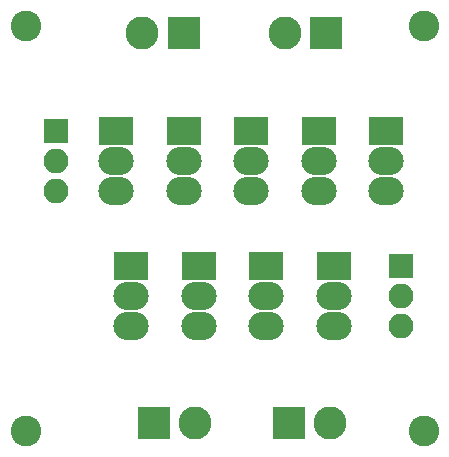
<source format=gbr>
G04 #@! TF.FileFunction,Soldermask,Bot*
%FSLAX46Y46*%
G04 Gerber Fmt 4.6, Leading zero omitted, Abs format (unit mm)*
G04 Created by KiCad (PCBNEW 4.0.7) date 04/10/18 14:29:16*
%MOMM*%
%LPD*%
G01*
G04 APERTURE LIST*
%ADD10C,0.100000*%
%ADD11R,3.000000X2.400000*%
%ADD12O,3.000000X2.400000*%
%ADD13R,2.100000X2.100000*%
%ADD14O,2.100000X2.100000*%
%ADD15C,2.800000*%
%ADD16R,2.800000X2.800000*%
%ADD17C,2.600000*%
G04 APERTURE END LIST*
D10*
D11*
X119380000Y-71120000D03*
D12*
X119380000Y-73660000D03*
X119380000Y-76200000D03*
D11*
X130810000Y-71120000D03*
D12*
X130810000Y-73660000D03*
X130810000Y-76200000D03*
D13*
X114300000Y-71120000D03*
D14*
X114300000Y-73660000D03*
X114300000Y-76200000D03*
D13*
X143510000Y-82550000D03*
D14*
X143510000Y-85090000D03*
X143510000Y-87630000D03*
D11*
X125095000Y-71120000D03*
D12*
X125095000Y-73660000D03*
X125095000Y-76200000D03*
D11*
X142240000Y-71120000D03*
D12*
X142240000Y-73660000D03*
X142240000Y-76200000D03*
D11*
X136525000Y-71120000D03*
D12*
X136525000Y-73660000D03*
X136525000Y-76200000D03*
D11*
X132080000Y-82550000D03*
D12*
X132080000Y-85090000D03*
X132080000Y-87630000D03*
D11*
X137795000Y-82550000D03*
D12*
X137795000Y-85090000D03*
X137795000Y-87630000D03*
D11*
X120650000Y-82550000D03*
D12*
X120650000Y-85090000D03*
X120650000Y-87630000D03*
D11*
X126365000Y-82550000D03*
D12*
X126365000Y-85090000D03*
X126365000Y-87630000D03*
D15*
X137485000Y-95885000D03*
D16*
X133985000Y-95885000D03*
D15*
X126055000Y-95885000D03*
D16*
X122555000Y-95885000D03*
D15*
X121595000Y-62865000D03*
D16*
X125095000Y-62865000D03*
D15*
X133660000Y-62865000D03*
D16*
X137160000Y-62865000D03*
D17*
X145415000Y-62230000D03*
X111760000Y-62230000D03*
X111760000Y-96520000D03*
X145415000Y-96520000D03*
M02*

</source>
